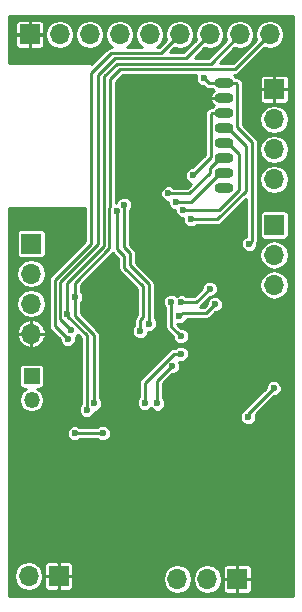
<source format=gbl>
G04 #@! TF.FileFunction,Copper,L2,Bot,Signal*
%FSLAX46Y46*%
G04 Gerber Fmt 4.6, Leading zero omitted, Abs format (unit mm)*
G04 Created by KiCad (PCBNEW 4.0.2+dfsg1-stable) date Wed 06 Sep 2017 09:14:36 PM CST*
%MOMM*%
G01*
G04 APERTURE LIST*
%ADD10C,0.100000*%
%ADD11R,1.700000X1.700000*%
%ADD12O,1.700000X1.700000*%
%ADD13O,1.600000X0.900000*%
%ADD14R,1.350000X1.350000*%
%ADD15O,1.350000X1.350000*%
%ADD16C,0.600000*%
%ADD17C,0.250000*%
%ADD18C,0.254000*%
G04 APERTURE END LIST*
D10*
D11*
X102362000Y-97726500D03*
D12*
X102362000Y-100266500D03*
X102362000Y-102806500D03*
X102362000Y-105346500D03*
D11*
X104673600Y-125857200D03*
D12*
X102133600Y-125857200D03*
D11*
X119812000Y-126111200D03*
D12*
X117272000Y-126111200D03*
X114732000Y-126111200D03*
D11*
X122936000Y-96139000D03*
D12*
X122936000Y-98679000D03*
X122936000Y-101219000D03*
D13*
X118682000Y-84119000D03*
X118682000Y-85389000D03*
X118682000Y-86659000D03*
X118682000Y-87929000D03*
X118682000Y-89199000D03*
X118682000Y-90469000D03*
X118682000Y-91739000D03*
X118682000Y-93009000D03*
D11*
X102235000Y-80010000D03*
D12*
X104775000Y-80010000D03*
X107315000Y-80010000D03*
X109855000Y-80010000D03*
X112395000Y-80010000D03*
X114935000Y-80010000D03*
X117475000Y-80010000D03*
X120015000Y-80010000D03*
X122555000Y-80010000D03*
D11*
X122936000Y-84645500D03*
D12*
X122936000Y-87185500D03*
X122936000Y-89725500D03*
X122936000Y-92265500D03*
D14*
X102387400Y-108940600D03*
D15*
X102387400Y-110940600D03*
D16*
X104013000Y-115265200D03*
X119507000Y-95961200D03*
X108302100Y-101498400D03*
X115798600Y-85877400D03*
X114998500Y-111696500D03*
X122745500Y-112014000D03*
X114808000Y-88900000D03*
X110250000Y-92250000D03*
X120750000Y-107500000D03*
X116965000Y-83693000D03*
X120726200Y-112395000D03*
X122885200Y-109956600D03*
X120827800Y-97739200D03*
X115026620Y-105535914D03*
X114223800Y-102641400D03*
X108432600Y-113761998D03*
X106050000Y-113787000D03*
X107696000Y-111252000D03*
X106045000Y-102235000D03*
X107061000Y-111785400D03*
X105419980Y-103679292D03*
X111593063Y-105110640D03*
X109601000Y-94996000D03*
X112359813Y-104485620D03*
X110236000Y-94424500D03*
X105454309Y-105778411D03*
X105729339Y-105027161D03*
X114266093Y-108085507D03*
X113030000Y-111252000D03*
X115070632Y-102698152D03*
X116027200Y-91948000D03*
X117475000Y-101536500D03*
X115887500Y-95631000D03*
X115252500Y-94869000D03*
X113982500Y-93472000D03*
X114617500Y-94170500D03*
X117906800Y-102844600D03*
X114909600Y-103860600D03*
X111963200Y-111201200D03*
X115036600Y-107047100D03*
D17*
X120827800Y-97739200D02*
X121031000Y-97536000D01*
X121031000Y-97536000D02*
X121031000Y-89090500D01*
X121031000Y-89090500D02*
X119824500Y-87884000D01*
X119824500Y-87884000D02*
X119824500Y-84211500D01*
X119824500Y-84211500D02*
X119732000Y-84119000D01*
X119732000Y-84119000D02*
X118682000Y-84119000D01*
X118682000Y-84119000D02*
X117391000Y-84119000D01*
X117391000Y-84119000D02*
X116965000Y-83693000D01*
X120726200Y-112115600D02*
X120726200Y-112395000D01*
X122585201Y-110256599D02*
X120726200Y-112115600D01*
X122885200Y-109956600D02*
X122585201Y-110256599D01*
X114726621Y-105235915D02*
X115026620Y-105535914D01*
X114223800Y-104733094D02*
X114726621Y-105235915D01*
X114223800Y-102641400D02*
X114223800Y-104733094D01*
X106050000Y-113787000D02*
X108407598Y-113787000D01*
X108407598Y-113787000D02*
X108432600Y-113761998D01*
X108975998Y-94695998D02*
X108975998Y-98107500D01*
X106045000Y-101038498D02*
X108975998Y-98107500D01*
X106045000Y-102235000D02*
X106045000Y-101038498D01*
X107696000Y-110299500D02*
X107696000Y-111252000D01*
X107696000Y-105473500D02*
X107696000Y-110299500D01*
X106045000Y-103822500D02*
X107696000Y-105473500D01*
X106045000Y-102235000D02*
X106045000Y-103822500D01*
X109029500Y-94642496D02*
X108975998Y-94695998D01*
X109029500Y-83820000D02*
X109029500Y-94642496D01*
X119634000Y-82931000D02*
X109918500Y-82931000D01*
X109918500Y-82931000D02*
X109029500Y-83820000D01*
X122555000Y-80010000D02*
X119634000Y-82931000D01*
X107061000Y-109664500D02*
X107061000Y-111785400D01*
X107061000Y-109664500D02*
X107061000Y-105474910D01*
X105419980Y-103833890D02*
X105419980Y-103679292D01*
X120015000Y-80010000D02*
X117544011Y-82480989D01*
X105419980Y-103255028D02*
X105419980Y-103679292D01*
X105419980Y-101017110D02*
X105419980Y-103255028D01*
X108521500Y-97915590D02*
X105419980Y-101017110D01*
X108521500Y-83564589D02*
X108521500Y-97915590D01*
X107061000Y-105474910D02*
X105419980Y-103833890D01*
X109605100Y-82480989D02*
X108521500Y-83564589D01*
X117544011Y-82480989D02*
X109605100Y-82480989D01*
X111823500Y-103949500D02*
X111593063Y-104179937D01*
X111593063Y-104179937D02*
X111593063Y-105110640D01*
X111823500Y-101346000D02*
X111823500Y-103949500D01*
X110236000Y-99758500D02*
X111823500Y-101346000D01*
X110236000Y-98806000D02*
X110236000Y-99758500D01*
X109601000Y-98171000D02*
X110236000Y-98806000D01*
X109601000Y-95420264D02*
X109601000Y-98171000D01*
X109601000Y-94996000D02*
X109601000Y-95420264D01*
X109601000Y-95420264D02*
X109595491Y-95425773D01*
X112359813Y-104061356D02*
X112359813Y-104485620D01*
X112359813Y-103139613D02*
X112359813Y-104061356D01*
X112318800Y-103098600D02*
X112359813Y-103139613D01*
X112318800Y-103352600D02*
X112318800Y-103098600D01*
X112318800Y-103098600D02*
X112318800Y-101117400D01*
X112318800Y-101117400D02*
X110744000Y-99542600D01*
X110744000Y-99542600D02*
X110744000Y-98552000D01*
X110236000Y-98044000D02*
X110236000Y-94424500D01*
X110744000Y-98552000D02*
X110236000Y-98044000D01*
X107442000Y-83248500D02*
X107442000Y-97722270D01*
X105154310Y-105478412D02*
X105454309Y-105778411D01*
X104344967Y-104669069D02*
X105154310Y-105478412D01*
X104344967Y-100819303D02*
X104344967Y-104669069D01*
X107442000Y-97722270D02*
X104344967Y-100819303D01*
X109109533Y-81580967D02*
X107442000Y-83248500D01*
X113364033Y-81580967D02*
X109109533Y-81580967D01*
X114935000Y-80010000D02*
X113364033Y-81580967D01*
X117475000Y-80010000D02*
X115454022Y-82030978D01*
X105429340Y-104727162D02*
X105729339Y-105027161D01*
X104794978Y-101005702D02*
X104794978Y-104092800D01*
X108013500Y-97787180D02*
X104794978Y-101005702D01*
X109418700Y-82030978D02*
X108013500Y-83436178D01*
X108013500Y-83436178D02*
X108013500Y-97787180D01*
X115454022Y-82030978D02*
X109418700Y-82030978D01*
X104794978Y-104092800D02*
X105429340Y-104727162D01*
X113030000Y-109321600D02*
X113966094Y-108385506D01*
X113966094Y-108385506D02*
X114266093Y-108085507D01*
X113030000Y-111252000D02*
X113030000Y-109321600D01*
X115494896Y-102698152D02*
X115070632Y-102698152D01*
X116313348Y-102698152D02*
X115494896Y-102698152D01*
X117475000Y-101536500D02*
X116313348Y-102698152D01*
X116027200Y-91948000D02*
X117551200Y-90424000D01*
X117551200Y-90424000D02*
X117551200Y-86739800D01*
X117551200Y-86739800D02*
X117632000Y-86659000D01*
X117632000Y-86659000D02*
X118682000Y-86659000D01*
X118682000Y-86659000D02*
X118332000Y-86659000D01*
X118129940Y-95643500D02*
X118117440Y-95631000D01*
X118117440Y-95631000D02*
X115887500Y-95631000D01*
X120523000Y-93250440D02*
X120523000Y-89420000D01*
X120523000Y-89420000D02*
X119032000Y-87929000D01*
X119032000Y-87929000D02*
X118682000Y-87929000D01*
X118129940Y-95643500D02*
X120523000Y-93250440D01*
X118682000Y-89199000D02*
X119032000Y-89199000D01*
X119032000Y-89199000D02*
X119951500Y-90118500D01*
X119951500Y-90118500D02*
X119951500Y-93185529D01*
X119951500Y-93185529D02*
X118268029Y-94869000D01*
X118268029Y-94869000D02*
X115252500Y-94869000D01*
X113982500Y-93472000D02*
X115760500Y-93472000D01*
X115760500Y-93472000D02*
X117475000Y-91757500D01*
X117475000Y-91757500D02*
X117475000Y-91326000D01*
X117475000Y-91326000D02*
X118332000Y-90469000D01*
X118332000Y-90469000D02*
X118682000Y-90469000D01*
X114617500Y-94170500D02*
X115900500Y-94170500D01*
X115900500Y-94170500D02*
X118332000Y-91739000D01*
X118332000Y-91739000D02*
X118682000Y-91739000D01*
X114909600Y-103860600D02*
X115209599Y-103560601D01*
X115209599Y-103560601D02*
X117190799Y-103560601D01*
X117190799Y-103560601D02*
X117606801Y-103144599D01*
X117606801Y-103144599D02*
X117906800Y-102844600D01*
X111963200Y-109499400D02*
X111963200Y-111201200D01*
X114612336Y-107047100D02*
X114415500Y-107047100D01*
X114415500Y-107047100D02*
X111963200Y-109499400D01*
X115036600Y-107047100D02*
X114612336Y-107047100D01*
X114612336Y-107047100D02*
X114598436Y-107061000D01*
D18*
G36*
X124544000Y-127544000D02*
X100456000Y-127544000D01*
X100456000Y-125833083D01*
X100902600Y-125833083D01*
X100902600Y-125881317D01*
X100996304Y-126352400D01*
X101263152Y-126751765D01*
X101662517Y-127018613D01*
X102133600Y-127112317D01*
X102604683Y-127018613D01*
X103004048Y-126751765D01*
X103270896Y-126352400D01*
X103350351Y-125952950D01*
X103442600Y-125952950D01*
X103442600Y-126782986D01*
X103500604Y-126923020D01*
X103607781Y-127030196D01*
X103747815Y-127088200D01*
X104577850Y-127088200D01*
X104673100Y-126992950D01*
X104673100Y-125857700D01*
X104674100Y-125857700D01*
X104674100Y-126992950D01*
X104769350Y-127088200D01*
X105599385Y-127088200D01*
X105739419Y-127030196D01*
X105846596Y-126923020D01*
X105904600Y-126782986D01*
X105904600Y-126087083D01*
X113501000Y-126087083D01*
X113501000Y-126135317D01*
X113594704Y-126606400D01*
X113861552Y-127005765D01*
X114260917Y-127272613D01*
X114732000Y-127366317D01*
X115203083Y-127272613D01*
X115602448Y-127005765D01*
X115869296Y-126606400D01*
X115963000Y-126135317D01*
X115963000Y-126087083D01*
X116041000Y-126087083D01*
X116041000Y-126135317D01*
X116134704Y-126606400D01*
X116401552Y-127005765D01*
X116800917Y-127272613D01*
X117272000Y-127366317D01*
X117743083Y-127272613D01*
X118142448Y-127005765D01*
X118409296Y-126606400D01*
X118488751Y-126206950D01*
X118581000Y-126206950D01*
X118581000Y-127036986D01*
X118639004Y-127177020D01*
X118746181Y-127284196D01*
X118886215Y-127342200D01*
X119716250Y-127342200D01*
X119811500Y-127246950D01*
X119811500Y-126111700D01*
X119812500Y-126111700D01*
X119812500Y-127246950D01*
X119907750Y-127342200D01*
X120737785Y-127342200D01*
X120877819Y-127284196D01*
X120984996Y-127177020D01*
X121043000Y-127036986D01*
X121043000Y-126206950D01*
X120947750Y-126111700D01*
X119812500Y-126111700D01*
X119811500Y-126111700D01*
X118676250Y-126111700D01*
X118581000Y-126206950D01*
X118488751Y-126206950D01*
X118503000Y-126135317D01*
X118503000Y-126087083D01*
X118409296Y-125616000D01*
X118142448Y-125216635D01*
X118095723Y-125185414D01*
X118581000Y-125185414D01*
X118581000Y-126015450D01*
X118676250Y-126110700D01*
X119811500Y-126110700D01*
X119811500Y-124975450D01*
X119812500Y-124975450D01*
X119812500Y-126110700D01*
X120947750Y-126110700D01*
X121043000Y-126015450D01*
X121043000Y-125185414D01*
X120984996Y-125045380D01*
X120877819Y-124938204D01*
X120737785Y-124880200D01*
X119907750Y-124880200D01*
X119812500Y-124975450D01*
X119811500Y-124975450D01*
X119716250Y-124880200D01*
X118886215Y-124880200D01*
X118746181Y-124938204D01*
X118639004Y-125045380D01*
X118581000Y-125185414D01*
X118095723Y-125185414D01*
X117743083Y-124949787D01*
X117272000Y-124856083D01*
X116800917Y-124949787D01*
X116401552Y-125216635D01*
X116134704Y-125616000D01*
X116041000Y-126087083D01*
X115963000Y-126087083D01*
X115869296Y-125616000D01*
X115602448Y-125216635D01*
X115203083Y-124949787D01*
X114732000Y-124856083D01*
X114260917Y-124949787D01*
X113861552Y-125216635D01*
X113594704Y-125616000D01*
X113501000Y-126087083D01*
X105904600Y-126087083D01*
X105904600Y-125952950D01*
X105809350Y-125857700D01*
X104674100Y-125857700D01*
X104673100Y-125857700D01*
X103537850Y-125857700D01*
X103442600Y-125952950D01*
X103350351Y-125952950D01*
X103364600Y-125881317D01*
X103364600Y-125833083D01*
X103270896Y-125362000D01*
X103004048Y-124962635D01*
X102957323Y-124931414D01*
X103442600Y-124931414D01*
X103442600Y-125761450D01*
X103537850Y-125856700D01*
X104673100Y-125856700D01*
X104673100Y-124721450D01*
X104674100Y-124721450D01*
X104674100Y-125856700D01*
X105809350Y-125856700D01*
X105904600Y-125761450D01*
X105904600Y-124931414D01*
X105846596Y-124791380D01*
X105739419Y-124684204D01*
X105599385Y-124626200D01*
X104769350Y-124626200D01*
X104674100Y-124721450D01*
X104673100Y-124721450D01*
X104577850Y-124626200D01*
X103747815Y-124626200D01*
X103607781Y-124684204D01*
X103500604Y-124791380D01*
X103442600Y-124931414D01*
X102957323Y-124931414D01*
X102604683Y-124695787D01*
X102133600Y-124602083D01*
X101662517Y-124695787D01*
X101263152Y-124962635D01*
X100996304Y-125362000D01*
X100902600Y-125833083D01*
X100456000Y-125833083D01*
X100456000Y-113921865D01*
X105368882Y-113921865D01*
X105472339Y-114172252D01*
X105663741Y-114363987D01*
X105913946Y-114467882D01*
X106184865Y-114468118D01*
X106435252Y-114364661D01*
X106507038Y-114293000D01*
X108000436Y-114293000D01*
X108046341Y-114338985D01*
X108296546Y-114442880D01*
X108567465Y-114443116D01*
X108817852Y-114339659D01*
X109009587Y-114148257D01*
X109113482Y-113898052D01*
X109113718Y-113627133D01*
X109010261Y-113376746D01*
X108818859Y-113185011D01*
X108568654Y-113081116D01*
X108297735Y-113080880D01*
X108047348Y-113184337D01*
X107950517Y-113281000D01*
X106507123Y-113281000D01*
X106436259Y-113210013D01*
X106186054Y-113106118D01*
X105915135Y-113105882D01*
X105664748Y-113209339D01*
X105473013Y-113400741D01*
X105369118Y-113650946D01*
X105368882Y-113921865D01*
X100456000Y-113921865D01*
X100456000Y-112529865D01*
X120045082Y-112529865D01*
X120148539Y-112780252D01*
X120339941Y-112971987D01*
X120590146Y-113075882D01*
X120861065Y-113076118D01*
X121111452Y-112972661D01*
X121303187Y-112781259D01*
X121407082Y-112531054D01*
X121407318Y-112260135D01*
X121375138Y-112182254D01*
X122919761Y-110637631D01*
X123020065Y-110637718D01*
X123270452Y-110534261D01*
X123462187Y-110342859D01*
X123566082Y-110092654D01*
X123566318Y-109821735D01*
X123462861Y-109571348D01*
X123271459Y-109379613D01*
X123021254Y-109275718D01*
X122750335Y-109275482D01*
X122499948Y-109378939D01*
X122308213Y-109570341D01*
X122204318Y-109820546D01*
X122204230Y-109921978D01*
X120368404Y-111757804D01*
X120303937Y-111854286D01*
X120149213Y-112008741D01*
X120045318Y-112258946D01*
X120045082Y-112529865D01*
X100456000Y-112529865D01*
X100456000Y-110940600D01*
X101310712Y-110940600D01*
X101391095Y-111344714D01*
X101620007Y-111687305D01*
X101962598Y-111916217D01*
X102366712Y-111996600D01*
X102408088Y-111996600D01*
X102812202Y-111916217D01*
X103154793Y-111687305D01*
X103383705Y-111344714D01*
X103464088Y-110940600D01*
X103383705Y-110536486D01*
X103154793Y-110193895D01*
X102870691Y-110004064D01*
X103062400Y-110004064D01*
X103203590Y-109977497D01*
X103333265Y-109894054D01*
X103420259Y-109766734D01*
X103450864Y-109615600D01*
X103450864Y-108265600D01*
X103424297Y-108124410D01*
X103340854Y-107994735D01*
X103213534Y-107907741D01*
X103062400Y-107877136D01*
X101712400Y-107877136D01*
X101571210Y-107903703D01*
X101441535Y-107987146D01*
X101354541Y-108114466D01*
X101323936Y-108265600D01*
X101323936Y-109615600D01*
X101350503Y-109756790D01*
X101433946Y-109886465D01*
X101561266Y-109973459D01*
X101712400Y-110004064D01*
X101904109Y-110004064D01*
X101620007Y-110193895D01*
X101391095Y-110536486D01*
X101310712Y-110940600D01*
X100456000Y-110940600D01*
X100456000Y-105539565D01*
X101146234Y-105539565D01*
X101164896Y-105633385D01*
X101365806Y-106069659D01*
X101718378Y-106395839D01*
X102168935Y-106562266D01*
X102361500Y-106482250D01*
X102361500Y-105347000D01*
X102362500Y-105347000D01*
X102362500Y-106482250D01*
X102555065Y-106562266D01*
X103005622Y-106395839D01*
X103358194Y-106069659D01*
X103559104Y-105633385D01*
X103577766Y-105539565D01*
X103497750Y-105347000D01*
X102362500Y-105347000D01*
X102361500Y-105347000D01*
X101226250Y-105347000D01*
X101146234Y-105539565D01*
X100456000Y-105539565D01*
X100456000Y-105153435D01*
X101146234Y-105153435D01*
X101226250Y-105346000D01*
X102361500Y-105346000D01*
X102361500Y-104210750D01*
X102362500Y-104210750D01*
X102362500Y-105346000D01*
X103497750Y-105346000D01*
X103577766Y-105153435D01*
X103559104Y-105059615D01*
X103358194Y-104623341D01*
X103005622Y-104297161D01*
X102555065Y-104130734D01*
X102362500Y-104210750D01*
X102361500Y-104210750D01*
X102168935Y-104130734D01*
X101718378Y-104297161D01*
X101365806Y-104623341D01*
X101164896Y-105059615D01*
X101146234Y-105153435D01*
X100456000Y-105153435D01*
X100456000Y-102806500D01*
X101106883Y-102806500D01*
X101200587Y-103277583D01*
X101467435Y-103676948D01*
X101866800Y-103943796D01*
X102337883Y-104037500D01*
X102386117Y-104037500D01*
X102857200Y-103943796D01*
X103256565Y-103676948D01*
X103523413Y-103277583D01*
X103617117Y-102806500D01*
X103523413Y-102335417D01*
X103256565Y-101936052D01*
X102857200Y-101669204D01*
X102386117Y-101575500D01*
X102337883Y-101575500D01*
X101866800Y-101669204D01*
X101467435Y-101936052D01*
X101200587Y-102335417D01*
X101106883Y-102806500D01*
X100456000Y-102806500D01*
X100456000Y-100266500D01*
X101106883Y-100266500D01*
X101200587Y-100737583D01*
X101467435Y-101136948D01*
X101866800Y-101403796D01*
X102337883Y-101497500D01*
X102386117Y-101497500D01*
X102857200Y-101403796D01*
X103256565Y-101136948D01*
X103523413Y-100737583D01*
X103617117Y-100266500D01*
X103523413Y-99795417D01*
X103256565Y-99396052D01*
X102857200Y-99129204D01*
X102386117Y-99035500D01*
X102337883Y-99035500D01*
X101866800Y-99129204D01*
X101467435Y-99396052D01*
X101200587Y-99795417D01*
X101106883Y-100266500D01*
X100456000Y-100266500D01*
X100456000Y-96876500D01*
X101123536Y-96876500D01*
X101123536Y-98576500D01*
X101150103Y-98717690D01*
X101233546Y-98847365D01*
X101360866Y-98934359D01*
X101512000Y-98964964D01*
X103212000Y-98964964D01*
X103353190Y-98938397D01*
X103482865Y-98854954D01*
X103569859Y-98727634D01*
X103600464Y-98576500D01*
X103600464Y-96876500D01*
X103573897Y-96735310D01*
X103490454Y-96605635D01*
X103363134Y-96518641D01*
X103212000Y-96488036D01*
X101512000Y-96488036D01*
X101370810Y-96514603D01*
X101241135Y-96598046D01*
X101154141Y-96725366D01*
X101123536Y-96876500D01*
X100456000Y-96876500D01*
X100456000Y-94742000D01*
X106936000Y-94742000D01*
X106936000Y-97512678D01*
X103987171Y-100461507D01*
X103877484Y-100625665D01*
X103838967Y-100819303D01*
X103838967Y-104669069D01*
X103877484Y-104862707D01*
X103987171Y-105026865D01*
X104773278Y-105812972D01*
X104773191Y-105913276D01*
X104876648Y-106163663D01*
X105068050Y-106355398D01*
X105318255Y-106459293D01*
X105589174Y-106459529D01*
X105839561Y-106356072D01*
X106031296Y-106164670D01*
X106135191Y-105914465D01*
X106135427Y-105643546D01*
X106118015Y-105601404D01*
X106295112Y-105424614D01*
X106555000Y-105684502D01*
X106555000Y-111328277D01*
X106484013Y-111399141D01*
X106380118Y-111649346D01*
X106379882Y-111920265D01*
X106483339Y-112170652D01*
X106674741Y-112362387D01*
X106924946Y-112466282D01*
X107195865Y-112466518D01*
X107446252Y-112363061D01*
X107637987Y-112171659D01*
X107737073Y-111933036D01*
X107830865Y-111933118D01*
X108081252Y-111829661D01*
X108272987Y-111638259D01*
X108376882Y-111388054D01*
X108376927Y-111336065D01*
X111282082Y-111336065D01*
X111385539Y-111586452D01*
X111576941Y-111778187D01*
X111827146Y-111882082D01*
X112098065Y-111882318D01*
X112348452Y-111778861D01*
X112471290Y-111656236D01*
X112643741Y-111828987D01*
X112893946Y-111932882D01*
X113164865Y-111933118D01*
X113415252Y-111829661D01*
X113606987Y-111638259D01*
X113710882Y-111388054D01*
X113711118Y-111117135D01*
X113607661Y-110866748D01*
X113536000Y-110794962D01*
X113536000Y-109531192D01*
X114300654Y-108766538D01*
X114400958Y-108766625D01*
X114651345Y-108663168D01*
X114843080Y-108471766D01*
X114946975Y-108221561D01*
X114947211Y-107950642D01*
X114845821Y-107705258D01*
X114900546Y-107727982D01*
X115171465Y-107728218D01*
X115421852Y-107624761D01*
X115613587Y-107433359D01*
X115717482Y-107183154D01*
X115717718Y-106912235D01*
X115614261Y-106661848D01*
X115422859Y-106470113D01*
X115172654Y-106366218D01*
X114901735Y-106365982D01*
X114651348Y-106469439D01*
X114579562Y-106541100D01*
X114415500Y-106541100D01*
X114221862Y-106579617D01*
X114057704Y-106689304D01*
X111605404Y-109141604D01*
X111495717Y-109305762D01*
X111457200Y-109499400D01*
X111457200Y-110744077D01*
X111386213Y-110814941D01*
X111282318Y-111065146D01*
X111282082Y-111336065D01*
X108376927Y-111336065D01*
X108377118Y-111117135D01*
X108273661Y-110866748D01*
X108202000Y-110794962D01*
X108202000Y-105473500D01*
X108163483Y-105279862D01*
X108053796Y-105115704D01*
X106551000Y-103612908D01*
X106551000Y-102692123D01*
X106621987Y-102621259D01*
X106725882Y-102371054D01*
X106726118Y-102100135D01*
X106622661Y-101849748D01*
X106551000Y-101777962D01*
X106551000Y-101248090D01*
X109256749Y-98542341D01*
X109730000Y-99015592D01*
X109730000Y-99758500D01*
X109768517Y-99952138D01*
X109878204Y-100116296D01*
X111317500Y-101555592D01*
X111317500Y-103739908D01*
X111235267Y-103822141D01*
X111125580Y-103986299D01*
X111087063Y-104179937D01*
X111087063Y-104653517D01*
X111016076Y-104724381D01*
X110912181Y-104974586D01*
X110911945Y-105245505D01*
X111015402Y-105495892D01*
X111206804Y-105687627D01*
X111457009Y-105791522D01*
X111727928Y-105791758D01*
X111978315Y-105688301D01*
X112170050Y-105496899D01*
X112273945Y-105246694D01*
X112274015Y-105166546D01*
X112494678Y-105166738D01*
X112745065Y-105063281D01*
X112936800Y-104871879D01*
X113040695Y-104621674D01*
X113040931Y-104350755D01*
X112937474Y-104100368D01*
X112865813Y-104028582D01*
X112865813Y-103139613D01*
X112827296Y-102945975D01*
X112824800Y-102942239D01*
X112824800Y-102776265D01*
X113542682Y-102776265D01*
X113646139Y-103026652D01*
X113717800Y-103098438D01*
X113717800Y-104733094D01*
X113756317Y-104926732D01*
X113866004Y-105090890D01*
X114345589Y-105570475D01*
X114345502Y-105670779D01*
X114448959Y-105921166D01*
X114640361Y-106112901D01*
X114890566Y-106216796D01*
X115161485Y-106217032D01*
X115411872Y-106113575D01*
X115603607Y-105922173D01*
X115707502Y-105671968D01*
X115707738Y-105401049D01*
X115604281Y-105150662D01*
X115412879Y-104958927D01*
X115162674Y-104855032D01*
X115061242Y-104854944D01*
X114729800Y-104523502D01*
X114729800Y-104523317D01*
X114773546Y-104541482D01*
X115044465Y-104541718D01*
X115294852Y-104438261D01*
X115486587Y-104246859D01*
X115561437Y-104066601D01*
X117190799Y-104066601D01*
X117384437Y-104028084D01*
X117548595Y-103918397D01*
X117941361Y-103525631D01*
X118041665Y-103525718D01*
X118292052Y-103422261D01*
X118483787Y-103230859D01*
X118587682Y-102980654D01*
X118587918Y-102709735D01*
X118484461Y-102459348D01*
X118293059Y-102267613D01*
X118042854Y-102163718D01*
X117771935Y-102163482D01*
X117521548Y-102266939D01*
X117329813Y-102458341D01*
X117225918Y-102708546D01*
X117225830Y-102809978D01*
X116981207Y-103054601D01*
X116672491Y-103054601D01*
X117509561Y-102217531D01*
X117609865Y-102217618D01*
X117860252Y-102114161D01*
X118051987Y-101922759D01*
X118155882Y-101672554D01*
X118156118Y-101401635D01*
X118080656Y-101219000D01*
X121680883Y-101219000D01*
X121774587Y-101690083D01*
X122041435Y-102089448D01*
X122440800Y-102356296D01*
X122911883Y-102450000D01*
X122960117Y-102450000D01*
X123431200Y-102356296D01*
X123830565Y-102089448D01*
X124097413Y-101690083D01*
X124191117Y-101219000D01*
X124097413Y-100747917D01*
X123830565Y-100348552D01*
X123431200Y-100081704D01*
X122960117Y-99988000D01*
X122911883Y-99988000D01*
X122440800Y-100081704D01*
X122041435Y-100348552D01*
X121774587Y-100747917D01*
X121680883Y-101219000D01*
X118080656Y-101219000D01*
X118052661Y-101151248D01*
X117861259Y-100959513D01*
X117611054Y-100855618D01*
X117340135Y-100855382D01*
X117089748Y-100958839D01*
X116898013Y-101150241D01*
X116794118Y-101400446D01*
X116794030Y-101501878D01*
X116103756Y-102192152D01*
X115527755Y-102192152D01*
X115456891Y-102121165D01*
X115206686Y-102017270D01*
X114935767Y-102017034D01*
X114685380Y-102120491D01*
X114675693Y-102130161D01*
X114610059Y-102064413D01*
X114359854Y-101960518D01*
X114088935Y-101960282D01*
X113838548Y-102063739D01*
X113646813Y-102255141D01*
X113542918Y-102505346D01*
X113542682Y-102776265D01*
X112824800Y-102776265D01*
X112824800Y-101117400D01*
X112786283Y-100923762D01*
X112676596Y-100759604D01*
X111250000Y-99333008D01*
X111250000Y-98679000D01*
X121680883Y-98679000D01*
X121774587Y-99150083D01*
X122041435Y-99549448D01*
X122440800Y-99816296D01*
X122911883Y-99910000D01*
X122960117Y-99910000D01*
X123431200Y-99816296D01*
X123830565Y-99549448D01*
X124097413Y-99150083D01*
X124191117Y-98679000D01*
X124097413Y-98207917D01*
X123830565Y-97808552D01*
X123431200Y-97541704D01*
X122960117Y-97448000D01*
X122911883Y-97448000D01*
X122440800Y-97541704D01*
X122041435Y-97808552D01*
X121774587Y-98207917D01*
X121680883Y-98679000D01*
X111250000Y-98679000D01*
X111250000Y-98552000D01*
X111211483Y-98358362D01*
X111101796Y-98194204D01*
X110742000Y-97834408D01*
X110742000Y-94881623D01*
X110812987Y-94810759D01*
X110916882Y-94560554D01*
X110917118Y-94289635D01*
X110813661Y-94039248D01*
X110622259Y-93847513D01*
X110372054Y-93743618D01*
X110101135Y-93743382D01*
X109850748Y-93846839D01*
X109659013Y-94038241D01*
X109555118Y-94288446D01*
X109555095Y-94314959D01*
X109535500Y-94314942D01*
X109535500Y-84029592D01*
X110128092Y-83437000D01*
X116333924Y-83437000D01*
X116284118Y-83556946D01*
X116283882Y-83827865D01*
X116387339Y-84078252D01*
X116578741Y-84269987D01*
X116828946Y-84373882D01*
X116930378Y-84373970D01*
X117033204Y-84476796D01*
X117197362Y-84586483D01*
X117391000Y-84625000D01*
X117666730Y-84625000D01*
X117721257Y-84706606D01*
X117803804Y-84761762D01*
X117744040Y-84801747D01*
X117564064Y-85071452D01*
X117511309Y-85258509D01*
X117596250Y-85388500D01*
X118681500Y-85388500D01*
X118681500Y-85368500D01*
X118682500Y-85368500D01*
X118682500Y-85388500D01*
X118702500Y-85388500D01*
X118702500Y-85389500D01*
X118682500Y-85389500D01*
X118682500Y-85409500D01*
X118681500Y-85409500D01*
X118681500Y-85389500D01*
X117596250Y-85389500D01*
X117511309Y-85519491D01*
X117564064Y-85706548D01*
X117744040Y-85976253D01*
X117803804Y-86016238D01*
X117721257Y-86071394D01*
X117666730Y-86153000D01*
X117632000Y-86153000D01*
X117438362Y-86191517D01*
X117274204Y-86301204D01*
X117193404Y-86382004D01*
X117083717Y-86546162D01*
X117045200Y-86739800D01*
X117045200Y-90214408D01*
X115992639Y-91266969D01*
X115892335Y-91266882D01*
X115641948Y-91370339D01*
X115450213Y-91561741D01*
X115346318Y-91811946D01*
X115346082Y-92082865D01*
X115449539Y-92333252D01*
X115640941Y-92524987D01*
X115888941Y-92627967D01*
X115550908Y-92966000D01*
X114439623Y-92966000D01*
X114368759Y-92895013D01*
X114118554Y-92791118D01*
X113847635Y-92790882D01*
X113597248Y-92894339D01*
X113405513Y-93085741D01*
X113301618Y-93335946D01*
X113301382Y-93606865D01*
X113404839Y-93857252D01*
X113596241Y-94048987D01*
X113846446Y-94152882D01*
X113936515Y-94152960D01*
X113936382Y-94305365D01*
X114039839Y-94555752D01*
X114231241Y-94747487D01*
X114481446Y-94851382D01*
X114571515Y-94851460D01*
X114571382Y-95003865D01*
X114674839Y-95254252D01*
X114866241Y-95445987D01*
X115116446Y-95549882D01*
X115206570Y-95549961D01*
X115206382Y-95765865D01*
X115309839Y-96016252D01*
X115501241Y-96207987D01*
X115751446Y-96311882D01*
X116022365Y-96312118D01*
X116272752Y-96208661D01*
X116344538Y-96137000D01*
X118067098Y-96137000D01*
X118129940Y-96149500D01*
X118323578Y-96110983D01*
X118487736Y-96001296D01*
X120525000Y-93964032D01*
X120525000Y-97127471D01*
X120442548Y-97161539D01*
X120250813Y-97352941D01*
X120146918Y-97603146D01*
X120146682Y-97874065D01*
X120250139Y-98124452D01*
X120441541Y-98316187D01*
X120691746Y-98420082D01*
X120962665Y-98420318D01*
X121213052Y-98316861D01*
X121404787Y-98125459D01*
X121508682Y-97875254D01*
X121508854Y-97677498D01*
X121537000Y-97536000D01*
X121537000Y-95289000D01*
X121697536Y-95289000D01*
X121697536Y-96989000D01*
X121724103Y-97130190D01*
X121807546Y-97259865D01*
X121934866Y-97346859D01*
X122086000Y-97377464D01*
X123786000Y-97377464D01*
X123927190Y-97350897D01*
X124056865Y-97267454D01*
X124143859Y-97140134D01*
X124174464Y-96989000D01*
X124174464Y-95289000D01*
X124147897Y-95147810D01*
X124064454Y-95018135D01*
X123937134Y-94931141D01*
X123786000Y-94900536D01*
X122086000Y-94900536D01*
X121944810Y-94927103D01*
X121815135Y-95010546D01*
X121728141Y-95137866D01*
X121697536Y-95289000D01*
X121537000Y-95289000D01*
X121537000Y-92265500D01*
X121680883Y-92265500D01*
X121774587Y-92736583D01*
X122041435Y-93135948D01*
X122440800Y-93402796D01*
X122911883Y-93496500D01*
X122960117Y-93496500D01*
X123431200Y-93402796D01*
X123830565Y-93135948D01*
X124097413Y-92736583D01*
X124191117Y-92265500D01*
X124097413Y-91794417D01*
X123830565Y-91395052D01*
X123431200Y-91128204D01*
X122960117Y-91034500D01*
X122911883Y-91034500D01*
X122440800Y-91128204D01*
X122041435Y-91395052D01*
X121774587Y-91794417D01*
X121680883Y-92265500D01*
X121537000Y-92265500D01*
X121537000Y-89725500D01*
X121680883Y-89725500D01*
X121774587Y-90196583D01*
X122041435Y-90595948D01*
X122440800Y-90862796D01*
X122911883Y-90956500D01*
X122960117Y-90956500D01*
X123431200Y-90862796D01*
X123830565Y-90595948D01*
X124097413Y-90196583D01*
X124191117Y-89725500D01*
X124097413Y-89254417D01*
X123830565Y-88855052D01*
X123431200Y-88588204D01*
X122960117Y-88494500D01*
X122911883Y-88494500D01*
X122440800Y-88588204D01*
X122041435Y-88855052D01*
X121774587Y-89254417D01*
X121680883Y-89725500D01*
X121537000Y-89725500D01*
X121537000Y-89090500D01*
X121498483Y-88896862D01*
X121388796Y-88732704D01*
X120330500Y-87674408D01*
X120330500Y-87185500D01*
X121680883Y-87185500D01*
X121774587Y-87656583D01*
X122041435Y-88055948D01*
X122440800Y-88322796D01*
X122911883Y-88416500D01*
X122960117Y-88416500D01*
X123431200Y-88322796D01*
X123830565Y-88055948D01*
X124097413Y-87656583D01*
X124191117Y-87185500D01*
X124097413Y-86714417D01*
X123830565Y-86315052D01*
X123431200Y-86048204D01*
X122960117Y-85954500D01*
X122911883Y-85954500D01*
X122440800Y-86048204D01*
X122041435Y-86315052D01*
X121774587Y-86714417D01*
X121680883Y-87185500D01*
X120330500Y-87185500D01*
X120330500Y-84741250D01*
X121705000Y-84741250D01*
X121705000Y-85571285D01*
X121763004Y-85711319D01*
X121870180Y-85818496D01*
X122010214Y-85876500D01*
X122840250Y-85876500D01*
X122935500Y-85781250D01*
X122935500Y-84646000D01*
X122936500Y-84646000D01*
X122936500Y-85781250D01*
X123031750Y-85876500D01*
X123861786Y-85876500D01*
X124001820Y-85818496D01*
X124108996Y-85711319D01*
X124167000Y-85571285D01*
X124167000Y-84741250D01*
X124071750Y-84646000D01*
X122936500Y-84646000D01*
X122935500Y-84646000D01*
X121800250Y-84646000D01*
X121705000Y-84741250D01*
X120330500Y-84741250D01*
X120330500Y-84211500D01*
X120291983Y-84017862D01*
X120182296Y-83853704D01*
X120089796Y-83761204D01*
X120027704Y-83719715D01*
X121705000Y-83719715D01*
X121705000Y-84549750D01*
X121800250Y-84645000D01*
X122935500Y-84645000D01*
X122935500Y-83509750D01*
X122936500Y-83509750D01*
X122936500Y-84645000D01*
X124071750Y-84645000D01*
X124167000Y-84549750D01*
X124167000Y-83719715D01*
X124108996Y-83579681D01*
X124001820Y-83472504D01*
X123861786Y-83414500D01*
X123031750Y-83414500D01*
X122936500Y-83509750D01*
X122935500Y-83509750D01*
X122840250Y-83414500D01*
X122010214Y-83414500D01*
X121870180Y-83472504D01*
X121763004Y-83579681D01*
X121705000Y-83719715D01*
X120027704Y-83719715D01*
X119925638Y-83651517D01*
X119732000Y-83613000D01*
X119697270Y-83613000D01*
X119642743Y-83531394D01*
X119501472Y-83437000D01*
X119634000Y-83437000D01*
X119827638Y-83398483D01*
X119991796Y-83288796D01*
X122104988Y-81175604D01*
X122555000Y-81265117D01*
X123026083Y-81171413D01*
X123425448Y-80904565D01*
X123692296Y-80505200D01*
X123786000Y-80034117D01*
X123786000Y-79985883D01*
X123692296Y-79514800D01*
X123425448Y-79115435D01*
X123026083Y-78848587D01*
X122555000Y-78754883D01*
X122083917Y-78848587D01*
X121684552Y-79115435D01*
X121417704Y-79514800D01*
X121324000Y-79985883D01*
X121324000Y-80034117D01*
X121405510Y-80443898D01*
X119424408Y-82425000D01*
X118315592Y-82425000D01*
X119564988Y-81175604D01*
X120015000Y-81265117D01*
X120486083Y-81171413D01*
X120885448Y-80904565D01*
X121152296Y-80505200D01*
X121246000Y-80034117D01*
X121246000Y-79985883D01*
X121152296Y-79514800D01*
X120885448Y-79115435D01*
X120486083Y-78848587D01*
X120015000Y-78754883D01*
X119543917Y-78848587D01*
X119144552Y-79115435D01*
X118877704Y-79514800D01*
X118784000Y-79985883D01*
X118784000Y-80034117D01*
X118865510Y-80443898D01*
X117334419Y-81974989D01*
X116225603Y-81974989D01*
X117024988Y-81175604D01*
X117475000Y-81265117D01*
X117946083Y-81171413D01*
X118345448Y-80904565D01*
X118612296Y-80505200D01*
X118706000Y-80034117D01*
X118706000Y-79985883D01*
X118612296Y-79514800D01*
X118345448Y-79115435D01*
X117946083Y-78848587D01*
X117475000Y-78754883D01*
X117003917Y-78848587D01*
X116604552Y-79115435D01*
X116337704Y-79514800D01*
X116244000Y-79985883D01*
X116244000Y-80034117D01*
X116325510Y-80443898D01*
X115244430Y-81524978D01*
X114135614Y-81524978D01*
X114484988Y-81175604D01*
X114935000Y-81265117D01*
X115406083Y-81171413D01*
X115805448Y-80904565D01*
X116072296Y-80505200D01*
X116166000Y-80034117D01*
X116166000Y-79985883D01*
X116072296Y-79514800D01*
X115805448Y-79115435D01*
X115406083Y-78848587D01*
X114935000Y-78754883D01*
X114463917Y-78848587D01*
X114064552Y-79115435D01*
X113797704Y-79514800D01*
X113704000Y-79985883D01*
X113704000Y-80034117D01*
X113785510Y-80443898D01*
X113154441Y-81074967D01*
X113010424Y-81074967D01*
X113265448Y-80904565D01*
X113532296Y-80505200D01*
X113626000Y-80034117D01*
X113626000Y-79985883D01*
X113532296Y-79514800D01*
X113265448Y-79115435D01*
X112866083Y-78848587D01*
X112395000Y-78754883D01*
X111923917Y-78848587D01*
X111524552Y-79115435D01*
X111257704Y-79514800D01*
X111164000Y-79985883D01*
X111164000Y-80034117D01*
X111257704Y-80505200D01*
X111524552Y-80904565D01*
X111779576Y-81074967D01*
X110470424Y-81074967D01*
X110725448Y-80904565D01*
X110992296Y-80505200D01*
X111086000Y-80034117D01*
X111086000Y-79985883D01*
X110992296Y-79514800D01*
X110725448Y-79115435D01*
X110326083Y-78848587D01*
X109855000Y-78754883D01*
X109383917Y-78848587D01*
X108984552Y-79115435D01*
X108717704Y-79514800D01*
X108624000Y-79985883D01*
X108624000Y-80034117D01*
X108717704Y-80505200D01*
X108984552Y-80904565D01*
X109239576Y-81074967D01*
X109109533Y-81074967D01*
X108915895Y-81113484D01*
X108751737Y-81223171D01*
X107439293Y-82535615D01*
X107433315Y-82503841D01*
X107406035Y-82461447D01*
X107364410Y-82433006D01*
X107315000Y-82423000D01*
X100456000Y-82423000D01*
X100456000Y-80105750D01*
X101004000Y-80105750D01*
X101004000Y-80935786D01*
X101062004Y-81075820D01*
X101169181Y-81182996D01*
X101309215Y-81241000D01*
X102139250Y-81241000D01*
X102234500Y-81145750D01*
X102234500Y-80010500D01*
X102235500Y-80010500D01*
X102235500Y-81145750D01*
X102330750Y-81241000D01*
X103160785Y-81241000D01*
X103300819Y-81182996D01*
X103407996Y-81075820D01*
X103466000Y-80935786D01*
X103466000Y-80105750D01*
X103370750Y-80010500D01*
X102235500Y-80010500D01*
X102234500Y-80010500D01*
X101099250Y-80010500D01*
X101004000Y-80105750D01*
X100456000Y-80105750D01*
X100456000Y-79084214D01*
X101004000Y-79084214D01*
X101004000Y-79914250D01*
X101099250Y-80009500D01*
X102234500Y-80009500D01*
X102234500Y-78874250D01*
X102235500Y-78874250D01*
X102235500Y-80009500D01*
X103370750Y-80009500D01*
X103394367Y-79985883D01*
X103544000Y-79985883D01*
X103544000Y-80034117D01*
X103637704Y-80505200D01*
X103904552Y-80904565D01*
X104303917Y-81171413D01*
X104775000Y-81265117D01*
X105246083Y-81171413D01*
X105645448Y-80904565D01*
X105912296Y-80505200D01*
X106006000Y-80034117D01*
X106006000Y-79985883D01*
X106084000Y-79985883D01*
X106084000Y-80034117D01*
X106177704Y-80505200D01*
X106444552Y-80904565D01*
X106843917Y-81171413D01*
X107315000Y-81265117D01*
X107786083Y-81171413D01*
X108185448Y-80904565D01*
X108452296Y-80505200D01*
X108546000Y-80034117D01*
X108546000Y-79985883D01*
X108452296Y-79514800D01*
X108185448Y-79115435D01*
X107786083Y-78848587D01*
X107315000Y-78754883D01*
X106843917Y-78848587D01*
X106444552Y-79115435D01*
X106177704Y-79514800D01*
X106084000Y-79985883D01*
X106006000Y-79985883D01*
X105912296Y-79514800D01*
X105645448Y-79115435D01*
X105246083Y-78848587D01*
X104775000Y-78754883D01*
X104303917Y-78848587D01*
X103904552Y-79115435D01*
X103637704Y-79514800D01*
X103544000Y-79985883D01*
X103394367Y-79985883D01*
X103466000Y-79914250D01*
X103466000Y-79084214D01*
X103407996Y-78944180D01*
X103300819Y-78837004D01*
X103160785Y-78779000D01*
X102330750Y-78779000D01*
X102235500Y-78874250D01*
X102234500Y-78874250D01*
X102139250Y-78779000D01*
X101309215Y-78779000D01*
X101169181Y-78837004D01*
X101062004Y-78944180D01*
X101004000Y-79084214D01*
X100456000Y-79084214D01*
X100456000Y-78456000D01*
X124544000Y-78456000D01*
X124544000Y-127544000D01*
X124544000Y-127544000D01*
G37*
X124544000Y-127544000D02*
X100456000Y-127544000D01*
X100456000Y-125833083D01*
X100902600Y-125833083D01*
X100902600Y-125881317D01*
X100996304Y-126352400D01*
X101263152Y-126751765D01*
X101662517Y-127018613D01*
X102133600Y-127112317D01*
X102604683Y-127018613D01*
X103004048Y-126751765D01*
X103270896Y-126352400D01*
X103350351Y-125952950D01*
X103442600Y-125952950D01*
X103442600Y-126782986D01*
X103500604Y-126923020D01*
X103607781Y-127030196D01*
X103747815Y-127088200D01*
X104577850Y-127088200D01*
X104673100Y-126992950D01*
X104673100Y-125857700D01*
X104674100Y-125857700D01*
X104674100Y-126992950D01*
X104769350Y-127088200D01*
X105599385Y-127088200D01*
X105739419Y-127030196D01*
X105846596Y-126923020D01*
X105904600Y-126782986D01*
X105904600Y-126087083D01*
X113501000Y-126087083D01*
X113501000Y-126135317D01*
X113594704Y-126606400D01*
X113861552Y-127005765D01*
X114260917Y-127272613D01*
X114732000Y-127366317D01*
X115203083Y-127272613D01*
X115602448Y-127005765D01*
X115869296Y-126606400D01*
X115963000Y-126135317D01*
X115963000Y-126087083D01*
X116041000Y-126087083D01*
X116041000Y-126135317D01*
X116134704Y-126606400D01*
X116401552Y-127005765D01*
X116800917Y-127272613D01*
X117272000Y-127366317D01*
X117743083Y-127272613D01*
X118142448Y-127005765D01*
X118409296Y-126606400D01*
X118488751Y-126206950D01*
X118581000Y-126206950D01*
X118581000Y-127036986D01*
X118639004Y-127177020D01*
X118746181Y-127284196D01*
X118886215Y-127342200D01*
X119716250Y-127342200D01*
X119811500Y-127246950D01*
X119811500Y-126111700D01*
X119812500Y-126111700D01*
X119812500Y-127246950D01*
X119907750Y-127342200D01*
X120737785Y-127342200D01*
X120877819Y-127284196D01*
X120984996Y-127177020D01*
X121043000Y-127036986D01*
X121043000Y-126206950D01*
X120947750Y-126111700D01*
X119812500Y-126111700D01*
X119811500Y-126111700D01*
X118676250Y-126111700D01*
X118581000Y-126206950D01*
X118488751Y-126206950D01*
X118503000Y-126135317D01*
X118503000Y-126087083D01*
X118409296Y-125616000D01*
X118142448Y-125216635D01*
X118095723Y-125185414D01*
X118581000Y-125185414D01*
X118581000Y-126015450D01*
X118676250Y-126110700D01*
X119811500Y-126110700D01*
X119811500Y-124975450D01*
X119812500Y-124975450D01*
X119812500Y-126110700D01*
X120947750Y-126110700D01*
X121043000Y-126015450D01*
X121043000Y-125185414D01*
X120984996Y-125045380D01*
X120877819Y-124938204D01*
X120737785Y-124880200D01*
X119907750Y-124880200D01*
X119812500Y-124975450D01*
X119811500Y-124975450D01*
X119716250Y-124880200D01*
X118886215Y-124880200D01*
X118746181Y-124938204D01*
X118639004Y-125045380D01*
X118581000Y-125185414D01*
X118095723Y-125185414D01*
X117743083Y-124949787D01*
X117272000Y-124856083D01*
X116800917Y-124949787D01*
X116401552Y-125216635D01*
X116134704Y-125616000D01*
X116041000Y-126087083D01*
X115963000Y-126087083D01*
X115869296Y-125616000D01*
X115602448Y-125216635D01*
X115203083Y-124949787D01*
X114732000Y-124856083D01*
X114260917Y-124949787D01*
X113861552Y-125216635D01*
X113594704Y-125616000D01*
X113501000Y-126087083D01*
X105904600Y-126087083D01*
X105904600Y-125952950D01*
X105809350Y-125857700D01*
X104674100Y-125857700D01*
X104673100Y-125857700D01*
X103537850Y-125857700D01*
X103442600Y-125952950D01*
X103350351Y-125952950D01*
X103364600Y-125881317D01*
X103364600Y-125833083D01*
X103270896Y-125362000D01*
X103004048Y-124962635D01*
X102957323Y-124931414D01*
X103442600Y-124931414D01*
X103442600Y-125761450D01*
X103537850Y-125856700D01*
X104673100Y-125856700D01*
X104673100Y-124721450D01*
X104674100Y-124721450D01*
X104674100Y-125856700D01*
X105809350Y-125856700D01*
X105904600Y-125761450D01*
X105904600Y-124931414D01*
X105846596Y-124791380D01*
X105739419Y-124684204D01*
X105599385Y-124626200D01*
X104769350Y-124626200D01*
X104674100Y-124721450D01*
X104673100Y-124721450D01*
X104577850Y-124626200D01*
X103747815Y-124626200D01*
X103607781Y-124684204D01*
X103500604Y-124791380D01*
X103442600Y-124931414D01*
X102957323Y-124931414D01*
X102604683Y-124695787D01*
X102133600Y-124602083D01*
X101662517Y-124695787D01*
X101263152Y-124962635D01*
X100996304Y-125362000D01*
X100902600Y-125833083D01*
X100456000Y-125833083D01*
X100456000Y-113921865D01*
X105368882Y-113921865D01*
X105472339Y-114172252D01*
X105663741Y-114363987D01*
X105913946Y-114467882D01*
X106184865Y-114468118D01*
X106435252Y-114364661D01*
X106507038Y-114293000D01*
X108000436Y-114293000D01*
X108046341Y-114338985D01*
X108296546Y-114442880D01*
X108567465Y-114443116D01*
X108817852Y-114339659D01*
X109009587Y-114148257D01*
X109113482Y-113898052D01*
X109113718Y-113627133D01*
X109010261Y-113376746D01*
X108818859Y-113185011D01*
X108568654Y-113081116D01*
X108297735Y-113080880D01*
X108047348Y-113184337D01*
X107950517Y-113281000D01*
X106507123Y-113281000D01*
X106436259Y-113210013D01*
X106186054Y-113106118D01*
X105915135Y-113105882D01*
X105664748Y-113209339D01*
X105473013Y-113400741D01*
X105369118Y-113650946D01*
X105368882Y-113921865D01*
X100456000Y-113921865D01*
X100456000Y-112529865D01*
X120045082Y-112529865D01*
X120148539Y-112780252D01*
X120339941Y-112971987D01*
X120590146Y-113075882D01*
X120861065Y-113076118D01*
X121111452Y-112972661D01*
X121303187Y-112781259D01*
X121407082Y-112531054D01*
X121407318Y-112260135D01*
X121375138Y-112182254D01*
X122919761Y-110637631D01*
X123020065Y-110637718D01*
X123270452Y-110534261D01*
X123462187Y-110342859D01*
X123566082Y-110092654D01*
X123566318Y-109821735D01*
X123462861Y-109571348D01*
X123271459Y-109379613D01*
X123021254Y-109275718D01*
X122750335Y-109275482D01*
X122499948Y-109378939D01*
X122308213Y-109570341D01*
X122204318Y-109820546D01*
X122204230Y-109921978D01*
X120368404Y-111757804D01*
X120303937Y-111854286D01*
X120149213Y-112008741D01*
X120045318Y-112258946D01*
X120045082Y-112529865D01*
X100456000Y-112529865D01*
X100456000Y-110940600D01*
X101310712Y-110940600D01*
X101391095Y-111344714D01*
X101620007Y-111687305D01*
X101962598Y-111916217D01*
X102366712Y-111996600D01*
X102408088Y-111996600D01*
X102812202Y-111916217D01*
X103154793Y-111687305D01*
X103383705Y-111344714D01*
X103464088Y-110940600D01*
X103383705Y-110536486D01*
X103154793Y-110193895D01*
X102870691Y-110004064D01*
X103062400Y-110004064D01*
X103203590Y-109977497D01*
X103333265Y-109894054D01*
X103420259Y-109766734D01*
X103450864Y-109615600D01*
X103450864Y-108265600D01*
X103424297Y-108124410D01*
X103340854Y-107994735D01*
X103213534Y-107907741D01*
X103062400Y-107877136D01*
X101712400Y-107877136D01*
X101571210Y-107903703D01*
X101441535Y-107987146D01*
X101354541Y-108114466D01*
X101323936Y-108265600D01*
X101323936Y-109615600D01*
X101350503Y-109756790D01*
X101433946Y-109886465D01*
X101561266Y-109973459D01*
X101712400Y-110004064D01*
X101904109Y-110004064D01*
X101620007Y-110193895D01*
X101391095Y-110536486D01*
X101310712Y-110940600D01*
X100456000Y-110940600D01*
X100456000Y-105539565D01*
X101146234Y-105539565D01*
X101164896Y-105633385D01*
X101365806Y-106069659D01*
X101718378Y-106395839D01*
X102168935Y-106562266D01*
X102361500Y-106482250D01*
X102361500Y-105347000D01*
X102362500Y-105347000D01*
X102362500Y-106482250D01*
X102555065Y-106562266D01*
X103005622Y-106395839D01*
X103358194Y-106069659D01*
X103559104Y-105633385D01*
X103577766Y-105539565D01*
X103497750Y-105347000D01*
X102362500Y-105347000D01*
X102361500Y-105347000D01*
X101226250Y-105347000D01*
X101146234Y-105539565D01*
X100456000Y-105539565D01*
X100456000Y-105153435D01*
X101146234Y-105153435D01*
X101226250Y-105346000D01*
X102361500Y-105346000D01*
X102361500Y-104210750D01*
X102362500Y-104210750D01*
X102362500Y-105346000D01*
X103497750Y-105346000D01*
X103577766Y-105153435D01*
X103559104Y-105059615D01*
X103358194Y-104623341D01*
X103005622Y-104297161D01*
X102555065Y-104130734D01*
X102362500Y-104210750D01*
X102361500Y-104210750D01*
X102168935Y-104130734D01*
X101718378Y-104297161D01*
X101365806Y-104623341D01*
X101164896Y-105059615D01*
X101146234Y-105153435D01*
X100456000Y-105153435D01*
X100456000Y-102806500D01*
X101106883Y-102806500D01*
X101200587Y-103277583D01*
X101467435Y-103676948D01*
X101866800Y-103943796D01*
X102337883Y-104037500D01*
X102386117Y-104037500D01*
X102857200Y-103943796D01*
X103256565Y-103676948D01*
X103523413Y-103277583D01*
X103617117Y-102806500D01*
X103523413Y-102335417D01*
X103256565Y-101936052D01*
X102857200Y-101669204D01*
X102386117Y-101575500D01*
X102337883Y-101575500D01*
X101866800Y-101669204D01*
X101467435Y-101936052D01*
X101200587Y-102335417D01*
X101106883Y-102806500D01*
X100456000Y-102806500D01*
X100456000Y-100266500D01*
X101106883Y-100266500D01*
X101200587Y-100737583D01*
X101467435Y-101136948D01*
X101866800Y-101403796D01*
X102337883Y-101497500D01*
X102386117Y-101497500D01*
X102857200Y-101403796D01*
X103256565Y-101136948D01*
X103523413Y-100737583D01*
X103617117Y-100266500D01*
X103523413Y-99795417D01*
X103256565Y-99396052D01*
X102857200Y-99129204D01*
X102386117Y-99035500D01*
X102337883Y-99035500D01*
X101866800Y-99129204D01*
X101467435Y-99396052D01*
X101200587Y-99795417D01*
X101106883Y-100266500D01*
X100456000Y-100266500D01*
X100456000Y-96876500D01*
X101123536Y-96876500D01*
X101123536Y-98576500D01*
X101150103Y-98717690D01*
X101233546Y-98847365D01*
X101360866Y-98934359D01*
X101512000Y-98964964D01*
X103212000Y-98964964D01*
X103353190Y-98938397D01*
X103482865Y-98854954D01*
X103569859Y-98727634D01*
X103600464Y-98576500D01*
X103600464Y-96876500D01*
X103573897Y-96735310D01*
X103490454Y-96605635D01*
X103363134Y-96518641D01*
X103212000Y-96488036D01*
X101512000Y-96488036D01*
X101370810Y-96514603D01*
X101241135Y-96598046D01*
X101154141Y-96725366D01*
X101123536Y-96876500D01*
X100456000Y-96876500D01*
X100456000Y-94742000D01*
X106936000Y-94742000D01*
X106936000Y-97512678D01*
X103987171Y-100461507D01*
X103877484Y-100625665D01*
X103838967Y-100819303D01*
X103838967Y-104669069D01*
X103877484Y-104862707D01*
X103987171Y-105026865D01*
X104773278Y-105812972D01*
X104773191Y-105913276D01*
X104876648Y-106163663D01*
X105068050Y-106355398D01*
X105318255Y-106459293D01*
X105589174Y-106459529D01*
X105839561Y-106356072D01*
X106031296Y-106164670D01*
X106135191Y-105914465D01*
X106135427Y-105643546D01*
X106118015Y-105601404D01*
X106295112Y-105424614D01*
X106555000Y-105684502D01*
X106555000Y-111328277D01*
X106484013Y-111399141D01*
X106380118Y-111649346D01*
X106379882Y-111920265D01*
X106483339Y-112170652D01*
X106674741Y-112362387D01*
X106924946Y-112466282D01*
X107195865Y-112466518D01*
X107446252Y-112363061D01*
X107637987Y-112171659D01*
X107737073Y-111933036D01*
X107830865Y-111933118D01*
X108081252Y-111829661D01*
X108272987Y-111638259D01*
X108376882Y-111388054D01*
X108376927Y-111336065D01*
X111282082Y-111336065D01*
X111385539Y-111586452D01*
X111576941Y-111778187D01*
X111827146Y-111882082D01*
X112098065Y-111882318D01*
X112348452Y-111778861D01*
X112471290Y-111656236D01*
X112643741Y-111828987D01*
X112893946Y-111932882D01*
X113164865Y-111933118D01*
X113415252Y-111829661D01*
X113606987Y-111638259D01*
X113710882Y-111388054D01*
X113711118Y-111117135D01*
X113607661Y-110866748D01*
X113536000Y-110794962D01*
X113536000Y-109531192D01*
X114300654Y-108766538D01*
X114400958Y-108766625D01*
X114651345Y-108663168D01*
X114843080Y-108471766D01*
X114946975Y-108221561D01*
X114947211Y-107950642D01*
X114845821Y-107705258D01*
X114900546Y-107727982D01*
X115171465Y-107728218D01*
X115421852Y-107624761D01*
X115613587Y-107433359D01*
X115717482Y-107183154D01*
X115717718Y-106912235D01*
X115614261Y-106661848D01*
X115422859Y-106470113D01*
X115172654Y-106366218D01*
X114901735Y-106365982D01*
X114651348Y-106469439D01*
X114579562Y-106541100D01*
X114415500Y-106541100D01*
X114221862Y-106579617D01*
X114057704Y-106689304D01*
X111605404Y-109141604D01*
X111495717Y-109305762D01*
X111457200Y-109499400D01*
X111457200Y-110744077D01*
X111386213Y-110814941D01*
X111282318Y-111065146D01*
X111282082Y-111336065D01*
X108376927Y-111336065D01*
X108377118Y-111117135D01*
X108273661Y-110866748D01*
X108202000Y-110794962D01*
X108202000Y-105473500D01*
X108163483Y-105279862D01*
X108053796Y-105115704D01*
X106551000Y-103612908D01*
X106551000Y-102692123D01*
X106621987Y-102621259D01*
X106725882Y-102371054D01*
X106726118Y-102100135D01*
X106622661Y-101849748D01*
X106551000Y-101777962D01*
X106551000Y-101248090D01*
X109256749Y-98542341D01*
X109730000Y-99015592D01*
X109730000Y-99758500D01*
X109768517Y-99952138D01*
X109878204Y-100116296D01*
X111317500Y-101555592D01*
X111317500Y-103739908D01*
X111235267Y-103822141D01*
X111125580Y-103986299D01*
X111087063Y-104179937D01*
X111087063Y-104653517D01*
X111016076Y-104724381D01*
X110912181Y-104974586D01*
X110911945Y-105245505D01*
X111015402Y-105495892D01*
X111206804Y-105687627D01*
X111457009Y-105791522D01*
X111727928Y-105791758D01*
X111978315Y-105688301D01*
X112170050Y-105496899D01*
X112273945Y-105246694D01*
X112274015Y-105166546D01*
X112494678Y-105166738D01*
X112745065Y-105063281D01*
X112936800Y-104871879D01*
X113040695Y-104621674D01*
X113040931Y-104350755D01*
X112937474Y-104100368D01*
X112865813Y-104028582D01*
X112865813Y-103139613D01*
X112827296Y-102945975D01*
X112824800Y-102942239D01*
X112824800Y-102776265D01*
X113542682Y-102776265D01*
X113646139Y-103026652D01*
X113717800Y-103098438D01*
X113717800Y-104733094D01*
X113756317Y-104926732D01*
X113866004Y-105090890D01*
X114345589Y-105570475D01*
X114345502Y-105670779D01*
X114448959Y-105921166D01*
X114640361Y-106112901D01*
X114890566Y-106216796D01*
X115161485Y-106217032D01*
X115411872Y-106113575D01*
X115603607Y-105922173D01*
X115707502Y-105671968D01*
X115707738Y-105401049D01*
X115604281Y-105150662D01*
X115412879Y-104958927D01*
X115162674Y-104855032D01*
X115061242Y-104854944D01*
X114729800Y-104523502D01*
X114729800Y-104523317D01*
X114773546Y-104541482D01*
X115044465Y-104541718D01*
X115294852Y-104438261D01*
X115486587Y-104246859D01*
X115561437Y-104066601D01*
X117190799Y-104066601D01*
X117384437Y-104028084D01*
X117548595Y-103918397D01*
X117941361Y-103525631D01*
X118041665Y-103525718D01*
X118292052Y-103422261D01*
X118483787Y-103230859D01*
X118587682Y-102980654D01*
X118587918Y-102709735D01*
X118484461Y-102459348D01*
X118293059Y-102267613D01*
X118042854Y-102163718D01*
X117771935Y-102163482D01*
X117521548Y-102266939D01*
X117329813Y-102458341D01*
X117225918Y-102708546D01*
X117225830Y-102809978D01*
X116981207Y-103054601D01*
X116672491Y-103054601D01*
X117509561Y-102217531D01*
X117609865Y-102217618D01*
X117860252Y-102114161D01*
X118051987Y-101922759D01*
X118155882Y-101672554D01*
X118156118Y-101401635D01*
X118080656Y-101219000D01*
X121680883Y-101219000D01*
X121774587Y-101690083D01*
X122041435Y-102089448D01*
X122440800Y-102356296D01*
X122911883Y-102450000D01*
X122960117Y-102450000D01*
X123431200Y-102356296D01*
X123830565Y-102089448D01*
X124097413Y-101690083D01*
X124191117Y-101219000D01*
X124097413Y-100747917D01*
X123830565Y-100348552D01*
X123431200Y-100081704D01*
X122960117Y-99988000D01*
X122911883Y-99988000D01*
X122440800Y-100081704D01*
X122041435Y-100348552D01*
X121774587Y-100747917D01*
X121680883Y-101219000D01*
X118080656Y-101219000D01*
X118052661Y-101151248D01*
X117861259Y-100959513D01*
X117611054Y-100855618D01*
X117340135Y-100855382D01*
X117089748Y-100958839D01*
X116898013Y-101150241D01*
X116794118Y-101400446D01*
X116794030Y-101501878D01*
X116103756Y-102192152D01*
X115527755Y-102192152D01*
X115456891Y-102121165D01*
X115206686Y-102017270D01*
X114935767Y-102017034D01*
X114685380Y-102120491D01*
X114675693Y-102130161D01*
X114610059Y-102064413D01*
X114359854Y-101960518D01*
X114088935Y-101960282D01*
X113838548Y-102063739D01*
X113646813Y-102255141D01*
X113542918Y-102505346D01*
X113542682Y-102776265D01*
X112824800Y-102776265D01*
X112824800Y-101117400D01*
X112786283Y-100923762D01*
X112676596Y-100759604D01*
X111250000Y-99333008D01*
X111250000Y-98679000D01*
X121680883Y-98679000D01*
X121774587Y-99150083D01*
X122041435Y-99549448D01*
X122440800Y-99816296D01*
X122911883Y-99910000D01*
X122960117Y-99910000D01*
X123431200Y-99816296D01*
X123830565Y-99549448D01*
X124097413Y-99150083D01*
X124191117Y-98679000D01*
X124097413Y-98207917D01*
X123830565Y-97808552D01*
X123431200Y-97541704D01*
X122960117Y-97448000D01*
X122911883Y-97448000D01*
X122440800Y-97541704D01*
X122041435Y-97808552D01*
X121774587Y-98207917D01*
X121680883Y-98679000D01*
X111250000Y-98679000D01*
X111250000Y-98552000D01*
X111211483Y-98358362D01*
X111101796Y-98194204D01*
X110742000Y-97834408D01*
X110742000Y-94881623D01*
X110812987Y-94810759D01*
X110916882Y-94560554D01*
X110917118Y-94289635D01*
X110813661Y-94039248D01*
X110622259Y-93847513D01*
X110372054Y-93743618D01*
X110101135Y-93743382D01*
X109850748Y-93846839D01*
X109659013Y-94038241D01*
X109555118Y-94288446D01*
X109555095Y-94314959D01*
X109535500Y-94314942D01*
X109535500Y-84029592D01*
X110128092Y-83437000D01*
X116333924Y-83437000D01*
X116284118Y-83556946D01*
X116283882Y-83827865D01*
X116387339Y-84078252D01*
X116578741Y-84269987D01*
X116828946Y-84373882D01*
X116930378Y-84373970D01*
X117033204Y-84476796D01*
X117197362Y-84586483D01*
X117391000Y-84625000D01*
X117666730Y-84625000D01*
X117721257Y-84706606D01*
X117803804Y-84761762D01*
X117744040Y-84801747D01*
X117564064Y-85071452D01*
X117511309Y-85258509D01*
X117596250Y-85388500D01*
X118681500Y-85388500D01*
X118681500Y-85368500D01*
X118682500Y-85368500D01*
X118682500Y-85388500D01*
X118702500Y-85388500D01*
X118702500Y-85389500D01*
X118682500Y-85389500D01*
X118682500Y-85409500D01*
X118681500Y-85409500D01*
X118681500Y-85389500D01*
X117596250Y-85389500D01*
X117511309Y-85519491D01*
X117564064Y-85706548D01*
X117744040Y-85976253D01*
X117803804Y-86016238D01*
X117721257Y-86071394D01*
X117666730Y-86153000D01*
X117632000Y-86153000D01*
X117438362Y-86191517D01*
X117274204Y-86301204D01*
X117193404Y-86382004D01*
X117083717Y-86546162D01*
X117045200Y-86739800D01*
X117045200Y-90214408D01*
X115992639Y-91266969D01*
X115892335Y-91266882D01*
X115641948Y-91370339D01*
X115450213Y-91561741D01*
X115346318Y-91811946D01*
X115346082Y-92082865D01*
X115449539Y-92333252D01*
X115640941Y-92524987D01*
X115888941Y-92627967D01*
X115550908Y-92966000D01*
X114439623Y-92966000D01*
X114368759Y-92895013D01*
X114118554Y-92791118D01*
X113847635Y-92790882D01*
X113597248Y-92894339D01*
X113405513Y-93085741D01*
X113301618Y-93335946D01*
X113301382Y-93606865D01*
X113404839Y-93857252D01*
X113596241Y-94048987D01*
X113846446Y-94152882D01*
X113936515Y-94152960D01*
X113936382Y-94305365D01*
X114039839Y-94555752D01*
X114231241Y-94747487D01*
X114481446Y-94851382D01*
X114571515Y-94851460D01*
X114571382Y-95003865D01*
X114674839Y-95254252D01*
X114866241Y-95445987D01*
X115116446Y-95549882D01*
X115206570Y-95549961D01*
X115206382Y-95765865D01*
X115309839Y-96016252D01*
X115501241Y-96207987D01*
X115751446Y-96311882D01*
X116022365Y-96312118D01*
X116272752Y-96208661D01*
X116344538Y-96137000D01*
X118067098Y-96137000D01*
X118129940Y-96149500D01*
X118323578Y-96110983D01*
X118487736Y-96001296D01*
X120525000Y-93964032D01*
X120525000Y-97127471D01*
X120442548Y-97161539D01*
X120250813Y-97352941D01*
X120146918Y-97603146D01*
X120146682Y-97874065D01*
X120250139Y-98124452D01*
X120441541Y-98316187D01*
X120691746Y-98420082D01*
X120962665Y-98420318D01*
X121213052Y-98316861D01*
X121404787Y-98125459D01*
X121508682Y-97875254D01*
X121508854Y-97677498D01*
X121537000Y-97536000D01*
X121537000Y-95289000D01*
X121697536Y-95289000D01*
X121697536Y-96989000D01*
X121724103Y-97130190D01*
X121807546Y-97259865D01*
X121934866Y-97346859D01*
X122086000Y-97377464D01*
X123786000Y-97377464D01*
X123927190Y-97350897D01*
X124056865Y-97267454D01*
X124143859Y-97140134D01*
X124174464Y-96989000D01*
X124174464Y-95289000D01*
X124147897Y-95147810D01*
X124064454Y-95018135D01*
X123937134Y-94931141D01*
X123786000Y-94900536D01*
X122086000Y-94900536D01*
X121944810Y-94927103D01*
X121815135Y-95010546D01*
X121728141Y-95137866D01*
X121697536Y-95289000D01*
X121537000Y-95289000D01*
X121537000Y-92265500D01*
X121680883Y-92265500D01*
X121774587Y-92736583D01*
X122041435Y-93135948D01*
X122440800Y-93402796D01*
X122911883Y-93496500D01*
X122960117Y-93496500D01*
X123431200Y-93402796D01*
X123830565Y-93135948D01*
X124097413Y-92736583D01*
X124191117Y-92265500D01*
X124097413Y-91794417D01*
X123830565Y-91395052D01*
X123431200Y-91128204D01*
X122960117Y-91034500D01*
X122911883Y-91034500D01*
X122440800Y-91128204D01*
X122041435Y-91395052D01*
X121774587Y-91794417D01*
X121680883Y-92265500D01*
X121537000Y-92265500D01*
X121537000Y-89725500D01*
X121680883Y-89725500D01*
X121774587Y-90196583D01*
X122041435Y-90595948D01*
X122440800Y-90862796D01*
X122911883Y-90956500D01*
X122960117Y-90956500D01*
X123431200Y-90862796D01*
X123830565Y-90595948D01*
X124097413Y-90196583D01*
X124191117Y-89725500D01*
X124097413Y-89254417D01*
X123830565Y-88855052D01*
X123431200Y-88588204D01*
X122960117Y-88494500D01*
X122911883Y-88494500D01*
X122440800Y-88588204D01*
X122041435Y-88855052D01*
X121774587Y-89254417D01*
X121680883Y-89725500D01*
X121537000Y-89725500D01*
X121537000Y-89090500D01*
X121498483Y-88896862D01*
X121388796Y-88732704D01*
X120330500Y-87674408D01*
X120330500Y-87185500D01*
X121680883Y-87185500D01*
X121774587Y-87656583D01*
X122041435Y-88055948D01*
X122440800Y-88322796D01*
X122911883Y-88416500D01*
X122960117Y-88416500D01*
X123431200Y-88322796D01*
X123830565Y-88055948D01*
X124097413Y-87656583D01*
X124191117Y-87185500D01*
X124097413Y-86714417D01*
X123830565Y-86315052D01*
X123431200Y-86048204D01*
X122960117Y-85954500D01*
X122911883Y-85954500D01*
X122440800Y-86048204D01*
X122041435Y-86315052D01*
X121774587Y-86714417D01*
X121680883Y-87185500D01*
X120330500Y-87185500D01*
X120330500Y-84741250D01*
X121705000Y-84741250D01*
X121705000Y-85571285D01*
X121763004Y-85711319D01*
X121870180Y-85818496D01*
X122010214Y-85876500D01*
X122840250Y-85876500D01*
X122935500Y-85781250D01*
X122935500Y-84646000D01*
X122936500Y-84646000D01*
X122936500Y-85781250D01*
X123031750Y-85876500D01*
X123861786Y-85876500D01*
X124001820Y-85818496D01*
X124108996Y-85711319D01*
X124167000Y-85571285D01*
X124167000Y-84741250D01*
X124071750Y-84646000D01*
X122936500Y-84646000D01*
X122935500Y-84646000D01*
X121800250Y-84646000D01*
X121705000Y-84741250D01*
X120330500Y-84741250D01*
X120330500Y-84211500D01*
X120291983Y-84017862D01*
X120182296Y-83853704D01*
X120089796Y-83761204D01*
X120027704Y-83719715D01*
X121705000Y-83719715D01*
X121705000Y-84549750D01*
X121800250Y-84645000D01*
X122935500Y-84645000D01*
X122935500Y-83509750D01*
X122936500Y-83509750D01*
X122936500Y-84645000D01*
X124071750Y-84645000D01*
X124167000Y-84549750D01*
X124167000Y-83719715D01*
X124108996Y-83579681D01*
X124001820Y-83472504D01*
X123861786Y-83414500D01*
X123031750Y-83414500D01*
X122936500Y-83509750D01*
X122935500Y-83509750D01*
X122840250Y-83414500D01*
X122010214Y-83414500D01*
X121870180Y-83472504D01*
X121763004Y-83579681D01*
X121705000Y-83719715D01*
X120027704Y-83719715D01*
X119925638Y-83651517D01*
X119732000Y-83613000D01*
X119697270Y-83613000D01*
X119642743Y-83531394D01*
X119501472Y-83437000D01*
X119634000Y-83437000D01*
X119827638Y-83398483D01*
X119991796Y-83288796D01*
X122104988Y-81175604D01*
X122555000Y-81265117D01*
X123026083Y-81171413D01*
X123425448Y-80904565D01*
X123692296Y-80505200D01*
X123786000Y-80034117D01*
X123786000Y-79985883D01*
X123692296Y-79514800D01*
X123425448Y-79115435D01*
X123026083Y-78848587D01*
X122555000Y-78754883D01*
X122083917Y-78848587D01*
X121684552Y-79115435D01*
X121417704Y-79514800D01*
X121324000Y-79985883D01*
X121324000Y-80034117D01*
X121405510Y-80443898D01*
X119424408Y-82425000D01*
X118315592Y-82425000D01*
X119564988Y-81175604D01*
X120015000Y-81265117D01*
X120486083Y-81171413D01*
X120885448Y-80904565D01*
X121152296Y-80505200D01*
X121246000Y-80034117D01*
X121246000Y-79985883D01*
X121152296Y-79514800D01*
X120885448Y-79115435D01*
X120486083Y-78848587D01*
X120015000Y-78754883D01*
X119543917Y-78848587D01*
X119144552Y-79115435D01*
X118877704Y-79514800D01*
X118784000Y-79985883D01*
X118784000Y-80034117D01*
X118865510Y-80443898D01*
X117334419Y-81974989D01*
X116225603Y-81974989D01*
X117024988Y-81175604D01*
X117475000Y-81265117D01*
X117946083Y-81171413D01*
X118345448Y-80904565D01*
X118612296Y-80505200D01*
X118706000Y-80034117D01*
X118706000Y-79985883D01*
X118612296Y-79514800D01*
X118345448Y-79115435D01*
X117946083Y-78848587D01*
X117475000Y-78754883D01*
X117003917Y-78848587D01*
X116604552Y-79115435D01*
X116337704Y-79514800D01*
X116244000Y-79985883D01*
X116244000Y-80034117D01*
X116325510Y-80443898D01*
X115244430Y-81524978D01*
X114135614Y-81524978D01*
X114484988Y-81175604D01*
X114935000Y-81265117D01*
X115406083Y-81171413D01*
X115805448Y-80904565D01*
X116072296Y-80505200D01*
X116166000Y-80034117D01*
X116166000Y-79985883D01*
X116072296Y-79514800D01*
X115805448Y-79115435D01*
X115406083Y-78848587D01*
X114935000Y-78754883D01*
X114463917Y-78848587D01*
X114064552Y-79115435D01*
X113797704Y-79514800D01*
X113704000Y-79985883D01*
X113704000Y-80034117D01*
X113785510Y-80443898D01*
X113154441Y-81074967D01*
X113010424Y-81074967D01*
X113265448Y-80904565D01*
X113532296Y-80505200D01*
X113626000Y-80034117D01*
X113626000Y-79985883D01*
X113532296Y-79514800D01*
X113265448Y-79115435D01*
X112866083Y-78848587D01*
X112395000Y-78754883D01*
X111923917Y-78848587D01*
X111524552Y-79115435D01*
X111257704Y-79514800D01*
X111164000Y-79985883D01*
X111164000Y-80034117D01*
X111257704Y-80505200D01*
X111524552Y-80904565D01*
X111779576Y-81074967D01*
X110470424Y-81074967D01*
X110725448Y-80904565D01*
X110992296Y-80505200D01*
X111086000Y-80034117D01*
X111086000Y-79985883D01*
X110992296Y-79514800D01*
X110725448Y-79115435D01*
X110326083Y-78848587D01*
X109855000Y-78754883D01*
X109383917Y-78848587D01*
X108984552Y-79115435D01*
X108717704Y-79514800D01*
X108624000Y-79985883D01*
X108624000Y-80034117D01*
X108717704Y-80505200D01*
X108984552Y-80904565D01*
X109239576Y-81074967D01*
X109109533Y-81074967D01*
X108915895Y-81113484D01*
X108751737Y-81223171D01*
X107439293Y-82535615D01*
X107433315Y-82503841D01*
X107406035Y-82461447D01*
X107364410Y-82433006D01*
X107315000Y-82423000D01*
X100456000Y-82423000D01*
X100456000Y-80105750D01*
X101004000Y-80105750D01*
X101004000Y-80935786D01*
X101062004Y-81075820D01*
X101169181Y-81182996D01*
X101309215Y-81241000D01*
X102139250Y-81241000D01*
X102234500Y-81145750D01*
X102234500Y-80010500D01*
X102235500Y-80010500D01*
X102235500Y-81145750D01*
X102330750Y-81241000D01*
X103160785Y-81241000D01*
X103300819Y-81182996D01*
X103407996Y-81075820D01*
X103466000Y-80935786D01*
X103466000Y-80105750D01*
X103370750Y-80010500D01*
X102235500Y-80010500D01*
X102234500Y-80010500D01*
X101099250Y-80010500D01*
X101004000Y-80105750D01*
X100456000Y-80105750D01*
X100456000Y-79084214D01*
X101004000Y-79084214D01*
X101004000Y-79914250D01*
X101099250Y-80009500D01*
X102234500Y-80009500D01*
X102234500Y-78874250D01*
X102235500Y-78874250D01*
X102235500Y-80009500D01*
X103370750Y-80009500D01*
X103394367Y-79985883D01*
X103544000Y-79985883D01*
X103544000Y-80034117D01*
X103637704Y-80505200D01*
X103904552Y-80904565D01*
X104303917Y-81171413D01*
X104775000Y-81265117D01*
X105246083Y-81171413D01*
X105645448Y-80904565D01*
X105912296Y-80505200D01*
X106006000Y-80034117D01*
X106006000Y-79985883D01*
X106084000Y-79985883D01*
X106084000Y-80034117D01*
X106177704Y-80505200D01*
X106444552Y-80904565D01*
X106843917Y-81171413D01*
X107315000Y-81265117D01*
X107786083Y-81171413D01*
X108185448Y-80904565D01*
X108452296Y-80505200D01*
X108546000Y-80034117D01*
X108546000Y-79985883D01*
X108452296Y-79514800D01*
X108185448Y-79115435D01*
X107786083Y-78848587D01*
X107315000Y-78754883D01*
X106843917Y-78848587D01*
X106444552Y-79115435D01*
X106177704Y-79514800D01*
X106084000Y-79985883D01*
X106006000Y-79985883D01*
X105912296Y-79514800D01*
X105645448Y-79115435D01*
X105246083Y-78848587D01*
X104775000Y-78754883D01*
X104303917Y-78848587D01*
X103904552Y-79115435D01*
X103637704Y-79514800D01*
X103544000Y-79985883D01*
X103394367Y-79985883D01*
X103466000Y-79914250D01*
X103466000Y-79084214D01*
X103407996Y-78944180D01*
X103300819Y-78837004D01*
X103160785Y-78779000D01*
X102330750Y-78779000D01*
X102235500Y-78874250D01*
X102234500Y-78874250D01*
X102139250Y-78779000D01*
X101309215Y-78779000D01*
X101169181Y-78837004D01*
X101062004Y-78944180D01*
X101004000Y-79084214D01*
X100456000Y-79084214D01*
X100456000Y-78456000D01*
X124544000Y-78456000D01*
X124544000Y-127544000D01*
M02*

</source>
